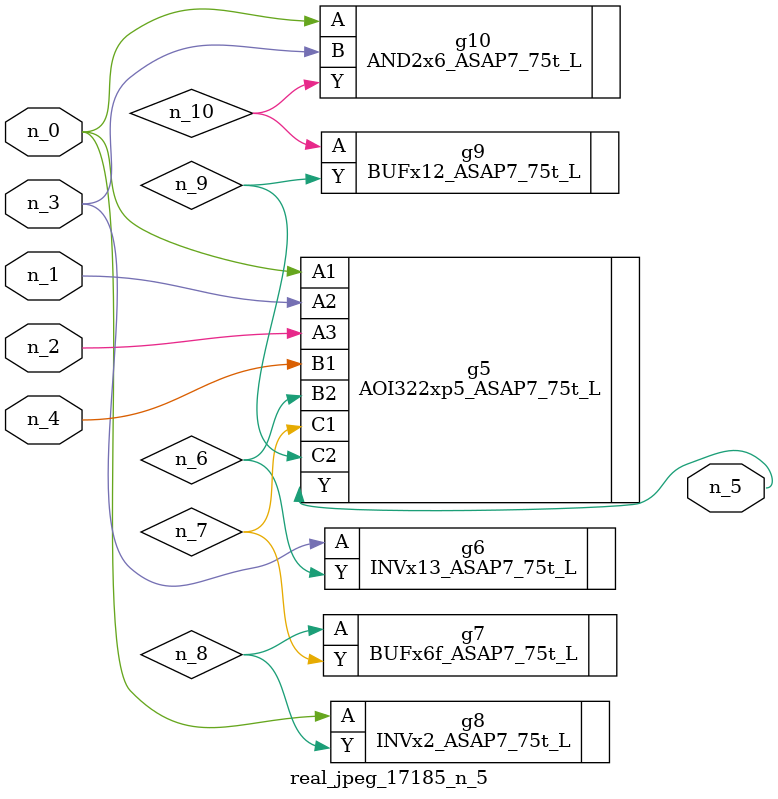
<source format=v>
module real_jpeg_17185_n_5 (n_4, n_0, n_1, n_2, n_3, n_5);

input n_4;
input n_0;
input n_1;
input n_2;
input n_3;

output n_5;

wire n_8;
wire n_6;
wire n_7;
wire n_10;
wire n_9;

AOI322xp5_ASAP7_75t_L g5 ( 
.A1(n_0),
.A2(n_1),
.A3(n_2),
.B1(n_4),
.B2(n_6),
.C1(n_7),
.C2(n_9),
.Y(n_5)
);

INVx2_ASAP7_75t_L g8 ( 
.A(n_0),
.Y(n_8)
);

AND2x6_ASAP7_75t_L g10 ( 
.A(n_0),
.B(n_3),
.Y(n_10)
);

INVx13_ASAP7_75t_L g6 ( 
.A(n_3),
.Y(n_6)
);

BUFx6f_ASAP7_75t_L g7 ( 
.A(n_8),
.Y(n_7)
);

BUFx12_ASAP7_75t_L g9 ( 
.A(n_10),
.Y(n_9)
);


endmodule
</source>
